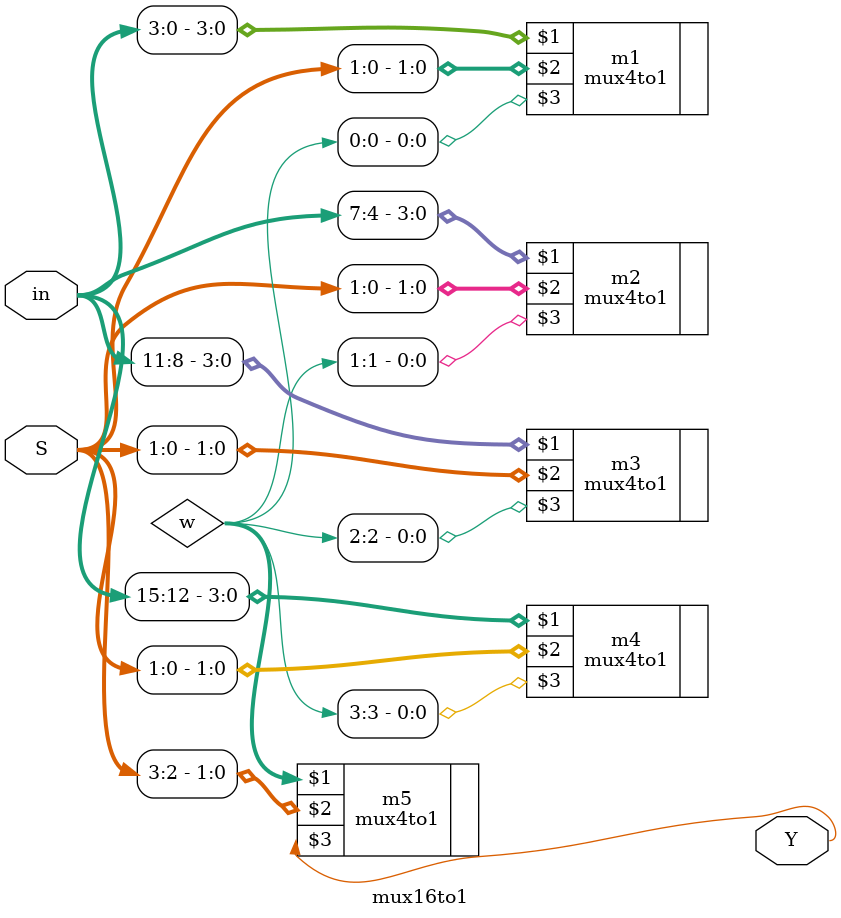
<source format=v>
module mux16to1(in,S,Y);
   wire [3:0] w;input [15:0]in;input [3:0]S;output Y;
   mux4to1 m1(in[3:0],S[1:0],w[0]); //in[MSB:LSB] is very important.
   mux4to1 m2(in[7:4],S[1:0],w[1]);  
   mux4to1 m3(in[11:8],S[1:0],w[2]); 
   mux4to1 m4(in[15:12],S[1:0],w[3]);
   mux4to1 m5(w,S[3:2],Y);
endmodule   

</source>
